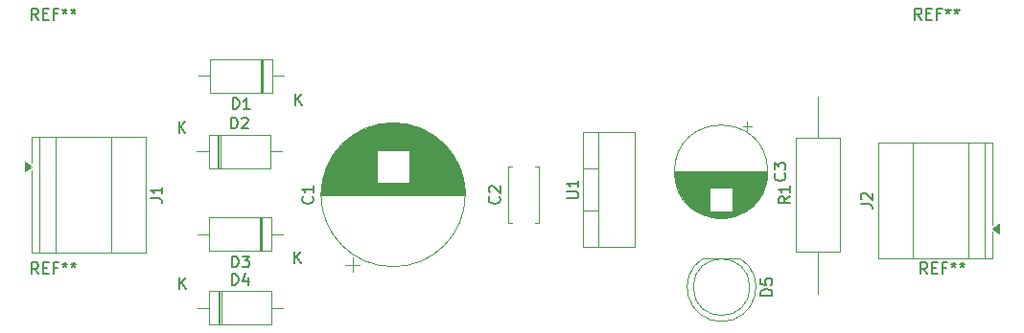
<source format=gbr>
%TF.GenerationSoftware,KiCad,Pcbnew,9.0.6*%
%TF.CreationDate,2025-12-14T15:20:03+05:30*%
%TF.ProjectId,Kicad-Hardware-Design,4b696361-642d-4486-9172-64776172652d,rev?*%
%TF.SameCoordinates,Original*%
%TF.FileFunction,Legend,Top*%
%TF.FilePolarity,Positive*%
%FSLAX46Y46*%
G04 Gerber Fmt 4.6, Leading zero omitted, Abs format (unit mm)*
G04 Created by KiCad (PCBNEW 9.0.6) date 2025-12-14 15:20:03*
%MOMM*%
%LPD*%
G01*
G04 APERTURE LIST*
%ADD10C,0.150000*%
%ADD11C,0.120000*%
G04 APERTURE END LIST*
D10*
X64181905Y-58644819D02*
X64181905Y-57644819D01*
X64181905Y-57644819D02*
X64420000Y-57644819D01*
X64420000Y-57644819D02*
X64562857Y-57692438D01*
X64562857Y-57692438D02*
X64658095Y-57787676D01*
X64658095Y-57787676D02*
X64705714Y-57882914D01*
X64705714Y-57882914D02*
X64753333Y-58073390D01*
X64753333Y-58073390D02*
X64753333Y-58216247D01*
X64753333Y-58216247D02*
X64705714Y-58406723D01*
X64705714Y-58406723D02*
X64658095Y-58501961D01*
X64658095Y-58501961D02*
X64562857Y-58597200D01*
X64562857Y-58597200D02*
X64420000Y-58644819D01*
X64420000Y-58644819D02*
X64181905Y-58644819D01*
X65134286Y-57740057D02*
X65181905Y-57692438D01*
X65181905Y-57692438D02*
X65277143Y-57644819D01*
X65277143Y-57644819D02*
X65515238Y-57644819D01*
X65515238Y-57644819D02*
X65610476Y-57692438D01*
X65610476Y-57692438D02*
X65658095Y-57740057D01*
X65658095Y-57740057D02*
X65705714Y-57835295D01*
X65705714Y-57835295D02*
X65705714Y-57930533D01*
X65705714Y-57930533D02*
X65658095Y-58073390D01*
X65658095Y-58073390D02*
X65086667Y-58644819D01*
X65086667Y-58644819D02*
X65705714Y-58644819D01*
X59578095Y-59014819D02*
X59578095Y-58014819D01*
X60149523Y-59014819D02*
X59720952Y-58443390D01*
X60149523Y-58014819D02*
X59578095Y-58586247D01*
X111964819Y-73415594D02*
X110964819Y-73415594D01*
X110964819Y-73415594D02*
X110964819Y-73177499D01*
X110964819Y-73177499D02*
X111012438Y-73034642D01*
X111012438Y-73034642D02*
X111107676Y-72939404D01*
X111107676Y-72939404D02*
X111202914Y-72891785D01*
X111202914Y-72891785D02*
X111393390Y-72844166D01*
X111393390Y-72844166D02*
X111536247Y-72844166D01*
X111536247Y-72844166D02*
X111726723Y-72891785D01*
X111726723Y-72891785D02*
X111821961Y-72939404D01*
X111821961Y-72939404D02*
X111917200Y-73034642D01*
X111917200Y-73034642D02*
X111964819Y-73177499D01*
X111964819Y-73177499D02*
X111964819Y-73415594D01*
X110964819Y-71939404D02*
X110964819Y-72415594D01*
X110964819Y-72415594D02*
X111441009Y-72463213D01*
X111441009Y-72463213D02*
X111393390Y-72415594D01*
X111393390Y-72415594D02*
X111345771Y-72320356D01*
X111345771Y-72320356D02*
X111345771Y-72082261D01*
X111345771Y-72082261D02*
X111393390Y-71987023D01*
X111393390Y-71987023D02*
X111441009Y-71939404D01*
X111441009Y-71939404D02*
X111536247Y-71891785D01*
X111536247Y-71891785D02*
X111774342Y-71891785D01*
X111774342Y-71891785D02*
X111869580Y-71939404D01*
X111869580Y-71939404D02*
X111917200Y-71987023D01*
X111917200Y-71987023D02*
X111964819Y-72082261D01*
X111964819Y-72082261D02*
X111964819Y-72320356D01*
X111964819Y-72320356D02*
X111917200Y-72415594D01*
X111917200Y-72415594D02*
X111869580Y-72463213D01*
X125666666Y-71504819D02*
X125333333Y-71028628D01*
X125095238Y-71504819D02*
X125095238Y-70504819D01*
X125095238Y-70504819D02*
X125476190Y-70504819D01*
X125476190Y-70504819D02*
X125571428Y-70552438D01*
X125571428Y-70552438D02*
X125619047Y-70600057D01*
X125619047Y-70600057D02*
X125666666Y-70695295D01*
X125666666Y-70695295D02*
X125666666Y-70838152D01*
X125666666Y-70838152D02*
X125619047Y-70933390D01*
X125619047Y-70933390D02*
X125571428Y-70981009D01*
X125571428Y-70981009D02*
X125476190Y-71028628D01*
X125476190Y-71028628D02*
X125095238Y-71028628D01*
X126095238Y-70981009D02*
X126428571Y-70981009D01*
X126571428Y-71504819D02*
X126095238Y-71504819D01*
X126095238Y-71504819D02*
X126095238Y-70504819D01*
X126095238Y-70504819D02*
X126571428Y-70504819D01*
X127333333Y-70981009D02*
X127000000Y-70981009D01*
X127000000Y-71504819D02*
X127000000Y-70504819D01*
X127000000Y-70504819D02*
X127476190Y-70504819D01*
X128000000Y-70504819D02*
X128000000Y-70742914D01*
X127761905Y-70647676D02*
X128000000Y-70742914D01*
X128000000Y-70742914D02*
X128238095Y-70647676D01*
X127857143Y-70933390D02*
X128000000Y-70742914D01*
X128000000Y-70742914D02*
X128142857Y-70933390D01*
X128761905Y-70504819D02*
X128761905Y-70742914D01*
X128523810Y-70647676D02*
X128761905Y-70742914D01*
X128761905Y-70742914D02*
X129000000Y-70647676D01*
X128619048Y-70933390D02*
X128761905Y-70742914D01*
X128761905Y-70742914D02*
X128904762Y-70933390D01*
X119807319Y-65333333D02*
X120521604Y-65333333D01*
X120521604Y-65333333D02*
X120664461Y-65380952D01*
X120664461Y-65380952D02*
X120759700Y-65476190D01*
X120759700Y-65476190D02*
X120807319Y-65619047D01*
X120807319Y-65619047D02*
X120807319Y-65714285D01*
X119902557Y-64904761D02*
X119854938Y-64857142D01*
X119854938Y-64857142D02*
X119807319Y-64761904D01*
X119807319Y-64761904D02*
X119807319Y-64523809D01*
X119807319Y-64523809D02*
X119854938Y-64428571D01*
X119854938Y-64428571D02*
X119902557Y-64380952D01*
X119902557Y-64380952D02*
X119997795Y-64333333D01*
X119997795Y-64333333D02*
X120093033Y-64333333D01*
X120093033Y-64333333D02*
X120235890Y-64380952D01*
X120235890Y-64380952D02*
X120807319Y-64952380D01*
X120807319Y-64952380D02*
X120807319Y-64333333D01*
X57102319Y-64833333D02*
X57816604Y-64833333D01*
X57816604Y-64833333D02*
X57959461Y-64880952D01*
X57959461Y-64880952D02*
X58054700Y-64976190D01*
X58054700Y-64976190D02*
X58102319Y-65119047D01*
X58102319Y-65119047D02*
X58102319Y-65214285D01*
X58102319Y-63833333D02*
X58102319Y-64404761D01*
X58102319Y-64119047D02*
X57102319Y-64119047D01*
X57102319Y-64119047D02*
X57245176Y-64214285D01*
X57245176Y-64214285D02*
X57340414Y-64309523D01*
X57340414Y-64309523D02*
X57388033Y-64404761D01*
X64261905Y-70924819D02*
X64261905Y-69924819D01*
X64261905Y-69924819D02*
X64500000Y-69924819D01*
X64500000Y-69924819D02*
X64642857Y-69972438D01*
X64642857Y-69972438D02*
X64738095Y-70067676D01*
X64738095Y-70067676D02*
X64785714Y-70162914D01*
X64785714Y-70162914D02*
X64833333Y-70353390D01*
X64833333Y-70353390D02*
X64833333Y-70496247D01*
X64833333Y-70496247D02*
X64785714Y-70686723D01*
X64785714Y-70686723D02*
X64738095Y-70781961D01*
X64738095Y-70781961D02*
X64642857Y-70877200D01*
X64642857Y-70877200D02*
X64500000Y-70924819D01*
X64500000Y-70924819D02*
X64261905Y-70924819D01*
X65166667Y-69924819D02*
X65785714Y-69924819D01*
X65785714Y-69924819D02*
X65452381Y-70305771D01*
X65452381Y-70305771D02*
X65595238Y-70305771D01*
X65595238Y-70305771D02*
X65690476Y-70353390D01*
X65690476Y-70353390D02*
X65738095Y-70401009D01*
X65738095Y-70401009D02*
X65785714Y-70496247D01*
X65785714Y-70496247D02*
X65785714Y-70734342D01*
X65785714Y-70734342D02*
X65738095Y-70829580D01*
X65738095Y-70829580D02*
X65690476Y-70877200D01*
X65690476Y-70877200D02*
X65595238Y-70924819D01*
X65595238Y-70924819D02*
X65309524Y-70924819D01*
X65309524Y-70924819D02*
X65214286Y-70877200D01*
X65214286Y-70877200D02*
X65166667Y-70829580D01*
X69818095Y-70554819D02*
X69818095Y-69554819D01*
X70389523Y-70554819D02*
X69960952Y-69983390D01*
X70389523Y-69554819D02*
X69818095Y-70126247D01*
X47166666Y-71504819D02*
X46833333Y-71028628D01*
X46595238Y-71504819D02*
X46595238Y-70504819D01*
X46595238Y-70504819D02*
X46976190Y-70504819D01*
X46976190Y-70504819D02*
X47071428Y-70552438D01*
X47071428Y-70552438D02*
X47119047Y-70600057D01*
X47119047Y-70600057D02*
X47166666Y-70695295D01*
X47166666Y-70695295D02*
X47166666Y-70838152D01*
X47166666Y-70838152D02*
X47119047Y-70933390D01*
X47119047Y-70933390D02*
X47071428Y-70981009D01*
X47071428Y-70981009D02*
X46976190Y-71028628D01*
X46976190Y-71028628D02*
X46595238Y-71028628D01*
X47595238Y-70981009D02*
X47928571Y-70981009D01*
X48071428Y-71504819D02*
X47595238Y-71504819D01*
X47595238Y-71504819D02*
X47595238Y-70504819D01*
X47595238Y-70504819D02*
X48071428Y-70504819D01*
X48833333Y-70981009D02*
X48500000Y-70981009D01*
X48500000Y-71504819D02*
X48500000Y-70504819D01*
X48500000Y-70504819D02*
X48976190Y-70504819D01*
X49500000Y-70504819D02*
X49500000Y-70742914D01*
X49261905Y-70647676D02*
X49500000Y-70742914D01*
X49500000Y-70742914D02*
X49738095Y-70647676D01*
X49357143Y-70933390D02*
X49500000Y-70742914D01*
X49500000Y-70742914D02*
X49642857Y-70933390D01*
X50261905Y-70504819D02*
X50261905Y-70742914D01*
X50023810Y-70647676D02*
X50261905Y-70742914D01*
X50261905Y-70742914D02*
X50500000Y-70647676D01*
X50119048Y-70933390D02*
X50261905Y-70742914D01*
X50261905Y-70742914D02*
X50404762Y-70933390D01*
X71359580Y-64666666D02*
X71407200Y-64714285D01*
X71407200Y-64714285D02*
X71454819Y-64857142D01*
X71454819Y-64857142D02*
X71454819Y-64952380D01*
X71454819Y-64952380D02*
X71407200Y-65095237D01*
X71407200Y-65095237D02*
X71311961Y-65190475D01*
X71311961Y-65190475D02*
X71216723Y-65238094D01*
X71216723Y-65238094D02*
X71026247Y-65285713D01*
X71026247Y-65285713D02*
X70883390Y-65285713D01*
X70883390Y-65285713D02*
X70692914Y-65238094D01*
X70692914Y-65238094D02*
X70597676Y-65190475D01*
X70597676Y-65190475D02*
X70502438Y-65095237D01*
X70502438Y-65095237D02*
X70454819Y-64952380D01*
X70454819Y-64952380D02*
X70454819Y-64857142D01*
X70454819Y-64857142D02*
X70502438Y-64714285D01*
X70502438Y-64714285D02*
X70550057Y-64666666D01*
X71454819Y-63714285D02*
X71454819Y-64285713D01*
X71454819Y-63999999D02*
X70454819Y-63999999D01*
X70454819Y-63999999D02*
X70597676Y-64095237D01*
X70597676Y-64095237D02*
X70692914Y-64190475D01*
X70692914Y-64190475D02*
X70740533Y-64285713D01*
X113534819Y-64666666D02*
X113058628Y-64999999D01*
X113534819Y-65238094D02*
X112534819Y-65238094D01*
X112534819Y-65238094D02*
X112534819Y-64857142D01*
X112534819Y-64857142D02*
X112582438Y-64761904D01*
X112582438Y-64761904D02*
X112630057Y-64714285D01*
X112630057Y-64714285D02*
X112725295Y-64666666D01*
X112725295Y-64666666D02*
X112868152Y-64666666D01*
X112868152Y-64666666D02*
X112963390Y-64714285D01*
X112963390Y-64714285D02*
X113011009Y-64761904D01*
X113011009Y-64761904D02*
X113058628Y-64857142D01*
X113058628Y-64857142D02*
X113058628Y-65238094D01*
X113534819Y-63714285D02*
X113534819Y-64285713D01*
X113534819Y-63999999D02*
X112534819Y-63999999D01*
X112534819Y-63999999D02*
X112677676Y-64095237D01*
X112677676Y-64095237D02*
X112772914Y-64190475D01*
X112772914Y-64190475D02*
X112820533Y-64285713D01*
X93854819Y-64801904D02*
X94664342Y-64801904D01*
X94664342Y-64801904D02*
X94759580Y-64754285D01*
X94759580Y-64754285D02*
X94807200Y-64706666D01*
X94807200Y-64706666D02*
X94854819Y-64611428D01*
X94854819Y-64611428D02*
X94854819Y-64420952D01*
X94854819Y-64420952D02*
X94807200Y-64325714D01*
X94807200Y-64325714D02*
X94759580Y-64278095D01*
X94759580Y-64278095D02*
X94664342Y-64230476D01*
X94664342Y-64230476D02*
X93854819Y-64230476D01*
X94854819Y-63230476D02*
X94854819Y-63801904D01*
X94854819Y-63516190D02*
X93854819Y-63516190D01*
X93854819Y-63516190D02*
X93997676Y-63611428D01*
X93997676Y-63611428D02*
X94092914Y-63706666D01*
X94092914Y-63706666D02*
X94140533Y-63801904D01*
X64261905Y-72484819D02*
X64261905Y-71484819D01*
X64261905Y-71484819D02*
X64500000Y-71484819D01*
X64500000Y-71484819D02*
X64642857Y-71532438D01*
X64642857Y-71532438D02*
X64738095Y-71627676D01*
X64738095Y-71627676D02*
X64785714Y-71722914D01*
X64785714Y-71722914D02*
X64833333Y-71913390D01*
X64833333Y-71913390D02*
X64833333Y-72056247D01*
X64833333Y-72056247D02*
X64785714Y-72246723D01*
X64785714Y-72246723D02*
X64738095Y-72341961D01*
X64738095Y-72341961D02*
X64642857Y-72437200D01*
X64642857Y-72437200D02*
X64500000Y-72484819D01*
X64500000Y-72484819D02*
X64261905Y-72484819D01*
X65690476Y-71818152D02*
X65690476Y-72484819D01*
X65452381Y-71437200D02*
X65214286Y-72151485D01*
X65214286Y-72151485D02*
X65833333Y-72151485D01*
X59658095Y-72854819D02*
X59658095Y-71854819D01*
X60229523Y-72854819D02*
X59800952Y-72283390D01*
X60229523Y-71854819D02*
X59658095Y-72426247D01*
X87859580Y-64666666D02*
X87907200Y-64714285D01*
X87907200Y-64714285D02*
X87954819Y-64857142D01*
X87954819Y-64857142D02*
X87954819Y-64952380D01*
X87954819Y-64952380D02*
X87907200Y-65095237D01*
X87907200Y-65095237D02*
X87811961Y-65190475D01*
X87811961Y-65190475D02*
X87716723Y-65238094D01*
X87716723Y-65238094D02*
X87526247Y-65285713D01*
X87526247Y-65285713D02*
X87383390Y-65285713D01*
X87383390Y-65285713D02*
X87192914Y-65238094D01*
X87192914Y-65238094D02*
X87097676Y-65190475D01*
X87097676Y-65190475D02*
X87002438Y-65095237D01*
X87002438Y-65095237D02*
X86954819Y-64952380D01*
X86954819Y-64952380D02*
X86954819Y-64857142D01*
X86954819Y-64857142D02*
X87002438Y-64714285D01*
X87002438Y-64714285D02*
X87050057Y-64666666D01*
X87050057Y-64285713D02*
X87002438Y-64238094D01*
X87002438Y-64238094D02*
X86954819Y-64142856D01*
X86954819Y-64142856D02*
X86954819Y-63904761D01*
X86954819Y-63904761D02*
X87002438Y-63809523D01*
X87002438Y-63809523D02*
X87050057Y-63761904D01*
X87050057Y-63761904D02*
X87145295Y-63714285D01*
X87145295Y-63714285D02*
X87240533Y-63714285D01*
X87240533Y-63714285D02*
X87383390Y-63761904D01*
X87383390Y-63761904D02*
X87954819Y-64333332D01*
X87954819Y-64333332D02*
X87954819Y-63714285D01*
X64341905Y-56924819D02*
X64341905Y-55924819D01*
X64341905Y-55924819D02*
X64580000Y-55924819D01*
X64580000Y-55924819D02*
X64722857Y-55972438D01*
X64722857Y-55972438D02*
X64818095Y-56067676D01*
X64818095Y-56067676D02*
X64865714Y-56162914D01*
X64865714Y-56162914D02*
X64913333Y-56353390D01*
X64913333Y-56353390D02*
X64913333Y-56496247D01*
X64913333Y-56496247D02*
X64865714Y-56686723D01*
X64865714Y-56686723D02*
X64818095Y-56781961D01*
X64818095Y-56781961D02*
X64722857Y-56877200D01*
X64722857Y-56877200D02*
X64580000Y-56924819D01*
X64580000Y-56924819D02*
X64341905Y-56924819D01*
X65865714Y-56924819D02*
X65294286Y-56924819D01*
X65580000Y-56924819D02*
X65580000Y-55924819D01*
X65580000Y-55924819D02*
X65484762Y-56067676D01*
X65484762Y-56067676D02*
X65389524Y-56162914D01*
X65389524Y-56162914D02*
X65294286Y-56210533D01*
X69898095Y-56554819D02*
X69898095Y-55554819D01*
X70469523Y-56554819D02*
X70040952Y-55983390D01*
X70469523Y-55554819D02*
X69898095Y-56126247D01*
X47166666Y-49004819D02*
X46833333Y-48528628D01*
X46595238Y-49004819D02*
X46595238Y-48004819D01*
X46595238Y-48004819D02*
X46976190Y-48004819D01*
X46976190Y-48004819D02*
X47071428Y-48052438D01*
X47071428Y-48052438D02*
X47119047Y-48100057D01*
X47119047Y-48100057D02*
X47166666Y-48195295D01*
X47166666Y-48195295D02*
X47166666Y-48338152D01*
X47166666Y-48338152D02*
X47119047Y-48433390D01*
X47119047Y-48433390D02*
X47071428Y-48481009D01*
X47071428Y-48481009D02*
X46976190Y-48528628D01*
X46976190Y-48528628D02*
X46595238Y-48528628D01*
X47595238Y-48481009D02*
X47928571Y-48481009D01*
X48071428Y-49004819D02*
X47595238Y-49004819D01*
X47595238Y-49004819D02*
X47595238Y-48004819D01*
X47595238Y-48004819D02*
X48071428Y-48004819D01*
X48833333Y-48481009D02*
X48500000Y-48481009D01*
X48500000Y-49004819D02*
X48500000Y-48004819D01*
X48500000Y-48004819D02*
X48976190Y-48004819D01*
X49500000Y-48004819D02*
X49500000Y-48242914D01*
X49261905Y-48147676D02*
X49500000Y-48242914D01*
X49500000Y-48242914D02*
X49738095Y-48147676D01*
X49357143Y-48433390D02*
X49500000Y-48242914D01*
X49500000Y-48242914D02*
X49642857Y-48433390D01*
X50261905Y-48004819D02*
X50261905Y-48242914D01*
X50023810Y-48147676D02*
X50261905Y-48242914D01*
X50261905Y-48242914D02*
X50500000Y-48147676D01*
X50119048Y-48433390D02*
X50261905Y-48242914D01*
X50261905Y-48242914D02*
X50404762Y-48433390D01*
X113069580Y-62626666D02*
X113117200Y-62674285D01*
X113117200Y-62674285D02*
X113164819Y-62817142D01*
X113164819Y-62817142D02*
X113164819Y-62912380D01*
X113164819Y-62912380D02*
X113117200Y-63055237D01*
X113117200Y-63055237D02*
X113021961Y-63150475D01*
X113021961Y-63150475D02*
X112926723Y-63198094D01*
X112926723Y-63198094D02*
X112736247Y-63245713D01*
X112736247Y-63245713D02*
X112593390Y-63245713D01*
X112593390Y-63245713D02*
X112402914Y-63198094D01*
X112402914Y-63198094D02*
X112307676Y-63150475D01*
X112307676Y-63150475D02*
X112212438Y-63055237D01*
X112212438Y-63055237D02*
X112164819Y-62912380D01*
X112164819Y-62912380D02*
X112164819Y-62817142D01*
X112164819Y-62817142D02*
X112212438Y-62674285D01*
X112212438Y-62674285D02*
X112260057Y-62626666D01*
X112164819Y-62293332D02*
X112164819Y-61674285D01*
X112164819Y-61674285D02*
X112545771Y-62007618D01*
X112545771Y-62007618D02*
X112545771Y-61864761D01*
X112545771Y-61864761D02*
X112593390Y-61769523D01*
X112593390Y-61769523D02*
X112641009Y-61721904D01*
X112641009Y-61721904D02*
X112736247Y-61674285D01*
X112736247Y-61674285D02*
X112974342Y-61674285D01*
X112974342Y-61674285D02*
X113069580Y-61721904D01*
X113069580Y-61721904D02*
X113117200Y-61769523D01*
X113117200Y-61769523D02*
X113164819Y-61864761D01*
X113164819Y-61864761D02*
X113164819Y-62150475D01*
X113164819Y-62150475D02*
X113117200Y-62245713D01*
X113117200Y-62245713D02*
X113069580Y-62293332D01*
X125166666Y-49004819D02*
X124833333Y-48528628D01*
X124595238Y-49004819D02*
X124595238Y-48004819D01*
X124595238Y-48004819D02*
X124976190Y-48004819D01*
X124976190Y-48004819D02*
X125071428Y-48052438D01*
X125071428Y-48052438D02*
X125119047Y-48100057D01*
X125119047Y-48100057D02*
X125166666Y-48195295D01*
X125166666Y-48195295D02*
X125166666Y-48338152D01*
X125166666Y-48338152D02*
X125119047Y-48433390D01*
X125119047Y-48433390D02*
X125071428Y-48481009D01*
X125071428Y-48481009D02*
X124976190Y-48528628D01*
X124976190Y-48528628D02*
X124595238Y-48528628D01*
X125595238Y-48481009D02*
X125928571Y-48481009D01*
X126071428Y-49004819D02*
X125595238Y-49004819D01*
X125595238Y-49004819D02*
X125595238Y-48004819D01*
X125595238Y-48004819D02*
X126071428Y-48004819D01*
X126833333Y-48481009D02*
X126500000Y-48481009D01*
X126500000Y-49004819D02*
X126500000Y-48004819D01*
X126500000Y-48004819D02*
X126976190Y-48004819D01*
X127500000Y-48004819D02*
X127500000Y-48242914D01*
X127261905Y-48147676D02*
X127500000Y-48242914D01*
X127500000Y-48242914D02*
X127738095Y-48147676D01*
X127357143Y-48433390D02*
X127500000Y-48242914D01*
X127500000Y-48242914D02*
X127642857Y-48433390D01*
X128261905Y-48004819D02*
X128261905Y-48242914D01*
X128023810Y-48147676D02*
X128261905Y-48242914D01*
X128261905Y-48242914D02*
X128500000Y-48147676D01*
X128119048Y-48433390D02*
X128261905Y-48242914D01*
X128261905Y-48242914D02*
X128404762Y-48433390D01*
D11*
%TO.C,D2*%
X61180000Y-60660000D02*
X62200000Y-60660000D01*
X62980000Y-59190000D02*
X62980000Y-62130000D01*
X63100000Y-59190000D02*
X63100000Y-62130000D01*
X63220000Y-59190000D02*
X63220000Y-62130000D01*
X68660000Y-60660000D02*
X67640000Y-60660000D01*
X62200000Y-59190000D02*
X67640000Y-59190000D01*
X67640000Y-62130000D01*
X62200000Y-62130000D01*
X62200000Y-59190000D01*
%TO.C,D5*%
X109140000Y-70117500D02*
X105860000Y-70117500D01*
X107500000Y-75717500D02*
G75*
G02*
X105860488Y-70117500I0J3040000D01*
G01*
X109139512Y-70117500D02*
G75*
G02*
X107500000Y-75717500I-1639512J-2560000D01*
G01*
X110000000Y-72677500D02*
G75*
G02*
X105000000Y-72677500I-2500000J0D01*
G01*
X105000000Y-72677500D02*
G75*
G02*
X110000000Y-72677500I2500000J0D01*
G01*
%TO.C,J2*%
X121352500Y-59880000D02*
X131392500Y-59880000D01*
X121352500Y-70120000D02*
X121352500Y-59880000D01*
X124372500Y-70120000D02*
X124372500Y-59880000D01*
X129272500Y-70120000D02*
X129272500Y-59880000D01*
X130772500Y-70120000D02*
X130772500Y-59880000D01*
X131392500Y-59880000D02*
X131392500Y-67200000D01*
X131392500Y-67800000D02*
X131392500Y-70120000D01*
X131392500Y-70120000D02*
X121352500Y-70120000D01*
X132002500Y-67940000D02*
X131392500Y-67500000D01*
X132002500Y-67060000D01*
X132002500Y-67940000D01*
G36*
X132002500Y-67940000D02*
G01*
X131392500Y-67500000D01*
X132002500Y-67060000D01*
X132002500Y-67940000D01*
G37*
%TO.C,J1*%
X46607500Y-59380000D02*
X56647500Y-59380000D01*
X46607500Y-61700000D02*
X46607500Y-59380000D01*
X46607500Y-69620000D02*
X46607500Y-62300000D01*
X47227500Y-59380000D02*
X47227500Y-69620000D01*
X48727500Y-59380000D02*
X48727500Y-69620000D01*
X53627500Y-59380000D02*
X53627500Y-69620000D01*
X56647500Y-59380000D02*
X56647500Y-69620000D01*
X56647500Y-69620000D02*
X46607500Y-69620000D01*
X46607500Y-62000000D02*
X45997500Y-62440000D01*
X45997500Y-61560000D01*
X46607500Y-62000000D01*
G36*
X46607500Y-62000000D02*
G01*
X45997500Y-62440000D01*
X45997500Y-61560000D01*
X46607500Y-62000000D01*
G37*
%TO.C,D3*%
X61260000Y-68000000D02*
X62280000Y-68000000D01*
X66700000Y-69470000D02*
X66700000Y-66530000D01*
X66820000Y-69470000D02*
X66820000Y-66530000D01*
X66940000Y-69470000D02*
X66940000Y-66530000D01*
X68740000Y-68000000D02*
X67720000Y-68000000D01*
X67720000Y-69470000D02*
X62280000Y-69470000D01*
X62280000Y-66530000D01*
X67720000Y-66530000D01*
X67720000Y-69470000D01*
%TO.C,C1*%
X72170000Y-64460000D02*
X84830000Y-64460000D01*
X72170000Y-64500000D02*
X84830000Y-64500000D01*
X72171000Y-64380000D02*
X84829000Y-64380000D01*
X72171000Y-64420000D02*
X84829000Y-64420000D01*
X72172000Y-64340000D02*
X84828000Y-64340000D01*
X72173000Y-64300000D02*
X84827000Y-64300000D01*
X72175000Y-64260000D02*
X84825000Y-64260000D01*
X72176000Y-64220000D02*
X84824000Y-64220000D01*
X72178000Y-64180000D02*
X84822000Y-64180000D01*
X72180000Y-64140000D02*
X84820000Y-64140000D01*
X72183000Y-64100000D02*
X84817000Y-64100000D01*
X72185000Y-64060000D02*
X84815000Y-64060000D01*
X72188000Y-64020000D02*
X84812000Y-64020000D01*
X72191000Y-63980000D02*
X84809000Y-63980000D01*
X72195000Y-63940000D02*
X84805000Y-63940000D01*
X72198000Y-63900000D02*
X84802000Y-63900000D01*
X72202000Y-63860000D02*
X84798000Y-63860000D01*
X72206000Y-63820000D02*
X84794000Y-63820000D01*
X72211000Y-63780000D02*
X84789000Y-63780000D01*
X72216000Y-63740000D02*
X84784000Y-63740000D01*
X72220000Y-63700000D02*
X84780000Y-63700000D01*
X72226000Y-63660000D02*
X84774000Y-63660000D01*
X72231000Y-63620000D02*
X84769000Y-63620000D01*
X72237000Y-63580000D02*
X84763000Y-63580000D01*
X72243000Y-63540000D02*
X84757000Y-63540000D01*
X72249000Y-63500000D02*
X84751000Y-63500000D01*
X72255000Y-63460000D02*
X84745000Y-63460000D01*
X72262000Y-63420000D02*
X77060000Y-63420000D01*
X72269000Y-63380000D02*
X77060000Y-63380000D01*
X72277000Y-63340000D02*
X77060000Y-63340000D01*
X72284000Y-63300000D02*
X77060000Y-63300000D01*
X72292000Y-63260000D02*
X77060000Y-63260000D01*
X72300000Y-63220000D02*
X77060000Y-63220000D01*
X72308000Y-63180000D02*
X77060000Y-63180000D01*
X72317000Y-63140000D02*
X77060000Y-63140000D01*
X72326000Y-63100000D02*
X77060000Y-63100000D01*
X72335000Y-63060000D02*
X77060000Y-63060000D01*
X72344000Y-63020000D02*
X77060000Y-63020000D01*
X72354000Y-62980000D02*
X77060000Y-62980000D01*
X72364000Y-62940000D02*
X77060000Y-62940000D01*
X72374000Y-62900000D02*
X77060000Y-62900000D01*
X72385000Y-62860000D02*
X77060000Y-62860000D01*
X72396000Y-62820000D02*
X77060000Y-62820000D01*
X72407000Y-62780000D02*
X77060000Y-62780000D01*
X72418000Y-62740000D02*
X77060000Y-62740000D01*
X72430000Y-62700000D02*
X77060000Y-62700000D01*
X72442000Y-62660000D02*
X77060000Y-62660000D01*
X72454000Y-62620000D02*
X77060000Y-62620000D01*
X72466000Y-62580000D02*
X77060000Y-62580000D01*
X72479000Y-62540000D02*
X77060000Y-62540000D01*
X72492000Y-62500000D02*
X77060000Y-62500000D01*
X72505000Y-62460000D02*
X77060000Y-62460000D01*
X72519000Y-62420000D02*
X77060000Y-62420000D01*
X72533000Y-62380000D02*
X77060000Y-62380000D01*
X72547000Y-62340000D02*
X77060000Y-62340000D01*
X72562000Y-62300000D02*
X77060000Y-62300000D01*
X72577000Y-62260000D02*
X77060000Y-62260000D01*
X72592000Y-62220000D02*
X77060000Y-62220000D01*
X72608000Y-62180000D02*
X77060000Y-62180000D01*
X72623000Y-62140000D02*
X77060000Y-62140000D01*
X72639000Y-62100000D02*
X77060000Y-62100000D01*
X72656000Y-62060000D02*
X77060000Y-62060000D01*
X72673000Y-62020000D02*
X77060000Y-62020000D01*
X72690000Y-61980000D02*
X77060000Y-61980000D01*
X72707000Y-61940000D02*
X77060000Y-61940000D01*
X72725000Y-61900000D02*
X77060000Y-61900000D01*
X72743000Y-61860000D02*
X77060000Y-61860000D01*
X72761000Y-61820000D02*
X77060000Y-61820000D01*
X72780000Y-61780000D02*
X77060000Y-61780000D01*
X72799000Y-61740000D02*
X77060000Y-61740000D01*
X72818000Y-61700000D02*
X77060000Y-61700000D01*
X72838000Y-61660000D02*
X77060000Y-61660000D01*
X72858000Y-61620000D02*
X77060000Y-61620000D01*
X72879000Y-61580000D02*
X77060000Y-61580000D01*
X72899000Y-61540000D02*
X77060000Y-61540000D01*
X72921000Y-61500000D02*
X77060000Y-61500000D01*
X72942000Y-61460000D02*
X77060000Y-61460000D01*
X72964000Y-61420000D02*
X77060000Y-61420000D01*
X72986000Y-61380000D02*
X77060000Y-61380000D01*
X73009000Y-61340000D02*
X77060000Y-61340000D01*
X73032000Y-61300000D02*
X77060000Y-61300000D01*
X73056000Y-61260000D02*
X77060000Y-61260000D01*
X73079000Y-61220000D02*
X77060000Y-61220000D01*
X73104000Y-61180000D02*
X77060000Y-61180000D01*
X73128000Y-61140000D02*
X77060000Y-61140000D01*
X73153000Y-61100000D02*
X77060000Y-61100000D01*
X73179000Y-61060000D02*
X77060000Y-61060000D01*
X73205000Y-61020000D02*
X77060000Y-61020000D01*
X73231000Y-60980000D02*
X77060000Y-60980000D01*
X73258000Y-60940000D02*
X77060000Y-60940000D01*
X73285000Y-60900000D02*
X77060000Y-60900000D01*
X73312000Y-60860000D02*
X77060000Y-60860000D01*
X73341000Y-60820000D02*
X77060000Y-60820000D01*
X73369000Y-60780000D02*
X77060000Y-60780000D01*
X73398000Y-60740000D02*
X77060000Y-60740000D01*
X73428000Y-60700000D02*
X77060000Y-60700000D01*
X73458000Y-60660000D02*
X77060000Y-60660000D01*
X73488000Y-60620000D02*
X77060000Y-60620000D01*
X73519000Y-60580000D02*
X77060000Y-60580000D01*
X73550000Y-60540000D02*
X83450000Y-60540000D01*
X73582000Y-60500000D02*
X83418000Y-60500000D01*
X73615000Y-60460000D02*
X83385000Y-60460000D01*
X73648000Y-60420000D02*
X83352000Y-60420000D01*
X73682000Y-60380000D02*
X83318000Y-60380000D01*
X73716000Y-60340000D02*
X83284000Y-60340000D01*
X73751000Y-60300000D02*
X83249000Y-60300000D01*
X73786000Y-60260000D02*
X83214000Y-60260000D01*
X73822000Y-60220000D02*
X83178000Y-60220000D01*
X73859000Y-60180000D02*
X83141000Y-60180000D01*
X73896000Y-60140000D02*
X83104000Y-60140000D01*
X73934000Y-60100000D02*
X83066000Y-60100000D01*
X73972000Y-60060000D02*
X83028000Y-60060000D01*
X74012000Y-60020000D02*
X82988000Y-60020000D01*
X74052000Y-59980000D02*
X82948000Y-59980000D01*
X74092000Y-59940000D02*
X82908000Y-59940000D01*
X74134000Y-59900000D02*
X82866000Y-59900000D01*
X74176000Y-59860000D02*
X82824000Y-59860000D01*
X74219000Y-59820000D02*
X82781000Y-59820000D01*
X74262000Y-59780000D02*
X82738000Y-59780000D01*
X74300000Y-70692082D02*
X75550000Y-70692082D01*
X74307000Y-59740000D02*
X82693000Y-59740000D01*
X74352000Y-59700000D02*
X82648000Y-59700000D01*
X74399000Y-59660000D02*
X82601000Y-59660000D01*
X74446000Y-59620000D02*
X82554000Y-59620000D01*
X74494000Y-59580000D02*
X82506000Y-59580000D01*
X74543000Y-59540000D02*
X82457000Y-59540000D01*
X74593000Y-59500000D02*
X82407000Y-59500000D01*
X74644000Y-59460000D02*
X82356000Y-59460000D01*
X74697000Y-59420000D02*
X82303000Y-59420000D01*
X74750000Y-59380000D02*
X82250000Y-59380000D01*
X74805000Y-59340000D02*
X82195000Y-59340000D01*
X74861000Y-59300000D02*
X82139000Y-59300000D01*
X74918000Y-59260000D02*
X82082000Y-59260000D01*
X74925000Y-71317082D02*
X74925000Y-70067082D01*
X74977000Y-59220000D02*
X82023000Y-59220000D01*
X75037000Y-59180000D02*
X81963000Y-59180000D01*
X75098000Y-59140000D02*
X81902000Y-59140000D01*
X75161000Y-59100000D02*
X81839000Y-59100000D01*
X75226000Y-59060000D02*
X81774000Y-59060000D01*
X75292000Y-59020000D02*
X81708000Y-59020000D01*
X75361000Y-58980000D02*
X81639000Y-58980000D01*
X75431000Y-58940000D02*
X81569000Y-58940000D01*
X75504000Y-58900000D02*
X81496000Y-58900000D01*
X75579000Y-58860000D02*
X81421000Y-58860000D01*
X75657000Y-58820000D02*
X81343000Y-58820000D01*
X75737000Y-58780000D02*
X81263000Y-58780000D01*
X75820000Y-58740000D02*
X81180000Y-58740000D01*
X75906000Y-58700000D02*
X81094000Y-58700000D01*
X75996000Y-58660000D02*
X81004000Y-58660000D01*
X76090000Y-58620000D02*
X80910000Y-58620000D01*
X76188000Y-58580000D02*
X80812000Y-58580000D01*
X76292000Y-58540000D02*
X80708000Y-58540000D01*
X76401000Y-58500000D02*
X80599000Y-58500000D01*
X76516000Y-58460000D02*
X80484000Y-58460000D01*
X76640000Y-58420000D02*
X80360000Y-58420000D01*
X76773000Y-58380000D02*
X80227000Y-58380000D01*
X76918000Y-58340000D02*
X80082000Y-58340000D01*
X77078000Y-58300000D02*
X79922000Y-58300000D01*
X77260000Y-58260000D02*
X79740000Y-58260000D01*
X77473000Y-58220000D02*
X79527000Y-58220000D01*
X77743000Y-58180000D02*
X79257000Y-58180000D01*
X78183000Y-58140000D02*
X78817000Y-58140000D01*
X79940000Y-60580000D02*
X83481000Y-60580000D01*
X79940000Y-60620000D02*
X83512000Y-60620000D01*
X79940000Y-60660000D02*
X83542000Y-60660000D01*
X79940000Y-60700000D02*
X83572000Y-60700000D01*
X79940000Y-60740000D02*
X83602000Y-60740000D01*
X79940000Y-60780000D02*
X83631000Y-60780000D01*
X79940000Y-60820000D02*
X83659000Y-60820000D01*
X79940000Y-60860000D02*
X83688000Y-60860000D01*
X79940000Y-60900000D02*
X83715000Y-60900000D01*
X79940000Y-60940000D02*
X83742000Y-60940000D01*
X79940000Y-60980000D02*
X83769000Y-60980000D01*
X79940000Y-61020000D02*
X83795000Y-61020000D01*
X79940000Y-61060000D02*
X83821000Y-61060000D01*
X79940000Y-61100000D02*
X83847000Y-61100000D01*
X79940000Y-61140000D02*
X83872000Y-61140000D01*
X79940000Y-61180000D02*
X83896000Y-61180000D01*
X79940000Y-61220000D02*
X83921000Y-61220000D01*
X79940000Y-61260000D02*
X83944000Y-61260000D01*
X79940000Y-61300000D02*
X83968000Y-61300000D01*
X79940000Y-61340000D02*
X83991000Y-61340000D01*
X79940000Y-61380000D02*
X84014000Y-61380000D01*
X79940000Y-61420000D02*
X84036000Y-61420000D01*
X79940000Y-61460000D02*
X84058000Y-61460000D01*
X79940000Y-61500000D02*
X84079000Y-61500000D01*
X79940000Y-61540000D02*
X84101000Y-61540000D01*
X79940000Y-61580000D02*
X84121000Y-61580000D01*
X79940000Y-61620000D02*
X84142000Y-61620000D01*
X79940000Y-61660000D02*
X84162000Y-61660000D01*
X79940000Y-61700000D02*
X84182000Y-61700000D01*
X79940000Y-61740000D02*
X84201000Y-61740000D01*
X79940000Y-61780000D02*
X84220000Y-61780000D01*
X79940000Y-61820000D02*
X84239000Y-61820000D01*
X79940000Y-61860000D02*
X84257000Y-61860000D01*
X79940000Y-61900000D02*
X84275000Y-61900000D01*
X79940000Y-61940000D02*
X84293000Y-61940000D01*
X79940000Y-61980000D02*
X84310000Y-61980000D01*
X79940000Y-62020000D02*
X84327000Y-62020000D01*
X79940000Y-62060000D02*
X84344000Y-62060000D01*
X79940000Y-62100000D02*
X84361000Y-62100000D01*
X79940000Y-62140000D02*
X84377000Y-62140000D01*
X79940000Y-62180000D02*
X84392000Y-62180000D01*
X79940000Y-62220000D02*
X84408000Y-62220000D01*
X79940000Y-62260000D02*
X84423000Y-62260000D01*
X79940000Y-62300000D02*
X84438000Y-62300000D01*
X79940000Y-62340000D02*
X84453000Y-62340000D01*
X79940000Y-62380000D02*
X84467000Y-62380000D01*
X79940000Y-62420000D02*
X84481000Y-62420000D01*
X79940000Y-62460000D02*
X84495000Y-62460000D01*
X79940000Y-62500000D02*
X84508000Y-62500000D01*
X79940000Y-62540000D02*
X84521000Y-62540000D01*
X79940000Y-62580000D02*
X84534000Y-62580000D01*
X79940000Y-62620000D02*
X84546000Y-62620000D01*
X79940000Y-62660000D02*
X84558000Y-62660000D01*
X79940000Y-62700000D02*
X84570000Y-62700000D01*
X79940000Y-62740000D02*
X84582000Y-62740000D01*
X79940000Y-62780000D02*
X84593000Y-62780000D01*
X79940000Y-62820000D02*
X84604000Y-62820000D01*
X79940000Y-62860000D02*
X84615000Y-62860000D01*
X79940000Y-62900000D02*
X84626000Y-62900000D01*
X79940000Y-62940000D02*
X84636000Y-62940000D01*
X79940000Y-62980000D02*
X84646000Y-62980000D01*
X79940000Y-63020000D02*
X84656000Y-63020000D01*
X79940000Y-63060000D02*
X84665000Y-63060000D01*
X79940000Y-63100000D02*
X84674000Y-63100000D01*
X79940000Y-63140000D02*
X84683000Y-63140000D01*
X79940000Y-63180000D02*
X84692000Y-63180000D01*
X79940000Y-63220000D02*
X84700000Y-63220000D01*
X79940000Y-63260000D02*
X84708000Y-63260000D01*
X79940000Y-63300000D02*
X84716000Y-63300000D01*
X79940000Y-63340000D02*
X84723000Y-63340000D01*
X79940000Y-63380000D02*
X84731000Y-63380000D01*
X79940000Y-63420000D02*
X84738000Y-63420000D01*
X84870000Y-64500000D02*
G75*
G02*
X72130000Y-64500000I-6370000J0D01*
G01*
X72130000Y-64500000D02*
G75*
G02*
X84870000Y-64500000I6370000J0D01*
G01*
%TO.C,R1*%
X116000000Y-55780000D02*
X116000000Y-59430000D01*
X116000000Y-73220000D02*
X116000000Y-69570000D01*
X114080000Y-69570000D02*
X117920000Y-69570000D01*
X117920000Y-59430000D01*
X114080000Y-59430000D01*
X114080000Y-69570000D01*
%TO.C,U1*%
X95240000Y-58930000D02*
X99860000Y-58930000D01*
X95240000Y-62190000D02*
X96620000Y-62190000D01*
X95240000Y-65890000D02*
X96620000Y-65890000D01*
X95240000Y-69150000D02*
X95240000Y-58930000D01*
X96620000Y-69150000D02*
X96620000Y-58930000D01*
X99860000Y-58930000D02*
X99860000Y-69150000D01*
X99860000Y-69150000D02*
X95240000Y-69150000D01*
%TO.C,D4*%
X61260000Y-74500000D02*
X62280000Y-74500000D01*
X63060000Y-73030000D02*
X63060000Y-75970000D01*
X63180000Y-73030000D02*
X63180000Y-75970000D01*
X63300000Y-73030000D02*
X63300000Y-75970000D01*
X68740000Y-74500000D02*
X67720000Y-74500000D01*
X62280000Y-73030000D02*
X67720000Y-73030000D01*
X67720000Y-75970000D01*
X62280000Y-75970000D01*
X62280000Y-73030000D01*
%TO.C,C2*%
X88630000Y-62030000D02*
X88960000Y-62030000D01*
X88630000Y-66970000D02*
X88630000Y-62030000D01*
X88960000Y-66970000D02*
X88630000Y-66970000D01*
X91040000Y-62030000D02*
X91370000Y-62030000D01*
X91370000Y-62030000D02*
X91370000Y-66970000D01*
X91370000Y-66970000D02*
X91040000Y-66970000D01*
%TO.C,D1*%
X61340000Y-54000000D02*
X62360000Y-54000000D01*
X66780000Y-55470000D02*
X66780000Y-52530000D01*
X66900000Y-55470000D02*
X66900000Y-52530000D01*
X67020000Y-55470000D02*
X67020000Y-52530000D01*
X68820000Y-54000000D02*
X67800000Y-54000000D01*
X67800000Y-55470000D02*
X62360000Y-55470000D01*
X62360000Y-52530000D01*
X67800000Y-52530000D01*
X67800000Y-55470000D01*
%TO.C,C3*%
X106420000Y-63940000D02*
X103655000Y-63940000D01*
X106420000Y-63980000D02*
X103671000Y-63980000D01*
X106420000Y-64020000D02*
X103687000Y-64020000D01*
X106420000Y-64060000D02*
X103703000Y-64060000D01*
X106420000Y-64100000D02*
X103720000Y-64100000D01*
X106420000Y-64140000D02*
X103738000Y-64140000D01*
X106420000Y-64180000D02*
X103756000Y-64180000D01*
X106420000Y-64220000D02*
X103775000Y-64220000D01*
X106420000Y-64260000D02*
X103794000Y-64260000D01*
X106420000Y-64300000D02*
X103814000Y-64300000D01*
X106420000Y-64340000D02*
X103834000Y-64340000D01*
X106420000Y-64380000D02*
X103855000Y-64380000D01*
X106420000Y-64420000D02*
X103876000Y-64420000D01*
X106420000Y-64460000D02*
X103898000Y-64460000D01*
X106420000Y-64500000D02*
X103921000Y-64500000D01*
X106420000Y-64540000D02*
X103944000Y-64540000D01*
X106420000Y-64580000D02*
X103967000Y-64580000D01*
X106420000Y-64620000D02*
X103992000Y-64620000D01*
X106420000Y-64660000D02*
X104017000Y-64660000D01*
X106420000Y-64700000D02*
X104042000Y-64700000D01*
X106420000Y-64740000D02*
X104068000Y-64740000D01*
X106420000Y-64780000D02*
X104095000Y-64780000D01*
X106420000Y-64820000D02*
X104123000Y-64820000D01*
X106420000Y-64860000D02*
X104151000Y-64860000D01*
X106420000Y-64900000D02*
X104180000Y-64900000D01*
X106420000Y-64940000D02*
X104210000Y-64940000D01*
X106420000Y-64980000D02*
X104241000Y-64980000D01*
X106420000Y-65020000D02*
X104272000Y-65020000D01*
X106420000Y-65060000D02*
X104304000Y-65060000D01*
X106420000Y-65100000D02*
X104337000Y-65100000D01*
X106420000Y-65140000D02*
X104371000Y-65140000D01*
X106420000Y-65180000D02*
X104405000Y-65180000D01*
X106420000Y-65220000D02*
X104441000Y-65220000D01*
X106420000Y-65260000D02*
X104478000Y-65260000D01*
X106420000Y-65300000D02*
X104515000Y-65300000D01*
X106420000Y-65340000D02*
X104554000Y-65340000D01*
X106420000Y-65380000D02*
X104593000Y-65380000D01*
X106420000Y-65420000D02*
X104634000Y-65420000D01*
X106420000Y-65460000D02*
X104676000Y-65460000D01*
X106420000Y-65500000D02*
X104719000Y-65500000D01*
X106420000Y-65540000D02*
X104764000Y-65540000D01*
X106420000Y-65580000D02*
X104809000Y-65580000D01*
X106420000Y-65620000D02*
X104856000Y-65620000D01*
X106420000Y-65660000D02*
X104905000Y-65660000D01*
X106420000Y-65700000D02*
X104955000Y-65700000D01*
X106420000Y-65740000D02*
X105007000Y-65740000D01*
X106420000Y-65780000D02*
X105060000Y-65780000D01*
X106420000Y-65820000D02*
X105116000Y-65820000D01*
X106420000Y-65860000D02*
X105173000Y-65860000D01*
X106420000Y-65900000D02*
X105233000Y-65900000D01*
X106420000Y-65940000D02*
X105295000Y-65940000D01*
X106420000Y-65980000D02*
X105359000Y-65980000D01*
X107993000Y-66540000D02*
X106927000Y-66540000D01*
X108228000Y-66500000D02*
X106692000Y-66500000D01*
X108407000Y-66460000D02*
X106513000Y-66460000D01*
X108557000Y-66420000D02*
X106363000Y-66420000D01*
X108688000Y-66380000D02*
X106232000Y-66380000D01*
X108806000Y-66340000D02*
X106114000Y-66340000D01*
X108913000Y-66300000D02*
X106007000Y-66300000D01*
X109012000Y-66260000D02*
X105908000Y-66260000D01*
X109104000Y-66220000D02*
X105816000Y-66220000D01*
X109191000Y-66180000D02*
X105729000Y-66180000D01*
X109273000Y-66140000D02*
X105647000Y-66140000D01*
X109350000Y-66100000D02*
X105570000Y-66100000D01*
X109424000Y-66060000D02*
X105496000Y-66060000D01*
X109494000Y-66020000D02*
X105426000Y-66020000D01*
X109561000Y-65980000D02*
X108500000Y-65980000D01*
X109625000Y-65940000D02*
X108500000Y-65940000D01*
X109687000Y-65900000D02*
X108500000Y-65900000D01*
X109747000Y-65860000D02*
X108500000Y-65860000D01*
X109775000Y-58050302D02*
X109775000Y-58850302D01*
X109804000Y-65820000D02*
X108500000Y-65820000D01*
X109860000Y-65780000D02*
X108500000Y-65780000D01*
X109913000Y-65740000D02*
X108500000Y-65740000D01*
X109965000Y-65700000D02*
X108500000Y-65700000D01*
X110015000Y-65660000D02*
X108500000Y-65660000D01*
X110064000Y-65620000D02*
X108500000Y-65620000D01*
X110111000Y-65580000D02*
X108500000Y-65580000D01*
X110156000Y-65540000D02*
X108500000Y-65540000D01*
X110175000Y-58450302D02*
X109375000Y-58450302D01*
X110201000Y-65500000D02*
X108500000Y-65500000D01*
X110244000Y-65460000D02*
X108500000Y-65460000D01*
X110286000Y-65420000D02*
X108500000Y-65420000D01*
X110327000Y-65380000D02*
X108500000Y-65380000D01*
X110366000Y-65340000D02*
X108500000Y-65340000D01*
X110405000Y-65300000D02*
X108500000Y-65300000D01*
X110442000Y-65260000D02*
X108500000Y-65260000D01*
X110479000Y-65220000D02*
X108500000Y-65220000D01*
X110515000Y-65180000D02*
X108500000Y-65180000D01*
X110549000Y-65140000D02*
X108500000Y-65140000D01*
X110583000Y-65100000D02*
X108500000Y-65100000D01*
X110616000Y-65060000D02*
X108500000Y-65060000D01*
X110648000Y-65020000D02*
X108500000Y-65020000D01*
X110679000Y-64980000D02*
X108500000Y-64980000D01*
X110710000Y-64940000D02*
X108500000Y-64940000D01*
X110740000Y-64900000D02*
X108500000Y-64900000D01*
X110769000Y-64860000D02*
X108500000Y-64860000D01*
X110797000Y-64820000D02*
X108500000Y-64820000D01*
X110825000Y-64780000D02*
X108500000Y-64780000D01*
X110852000Y-64740000D02*
X108500000Y-64740000D01*
X110878000Y-64700000D02*
X108500000Y-64700000D01*
X110903000Y-64660000D02*
X108500000Y-64660000D01*
X110928000Y-64620000D02*
X108500000Y-64620000D01*
X110953000Y-64580000D02*
X108500000Y-64580000D01*
X110976000Y-64540000D02*
X108500000Y-64540000D01*
X110999000Y-64500000D02*
X108500000Y-64500000D01*
X111022000Y-64460000D02*
X108500000Y-64460000D01*
X111044000Y-64420000D02*
X108500000Y-64420000D01*
X111065000Y-64380000D02*
X108500000Y-64380000D01*
X111086000Y-64340000D02*
X108500000Y-64340000D01*
X111106000Y-64300000D02*
X108500000Y-64300000D01*
X111126000Y-64260000D02*
X108500000Y-64260000D01*
X111145000Y-64220000D02*
X108500000Y-64220000D01*
X111164000Y-64180000D02*
X108500000Y-64180000D01*
X111182000Y-64140000D02*
X108500000Y-64140000D01*
X111200000Y-64100000D02*
X108500000Y-64100000D01*
X111217000Y-64060000D02*
X108500000Y-64060000D01*
X111233000Y-64020000D02*
X108500000Y-64020000D01*
X111249000Y-63980000D02*
X108500000Y-63980000D01*
X111265000Y-63940000D02*
X108500000Y-63940000D01*
X111280000Y-63900000D02*
X103640000Y-63900000D01*
X111295000Y-63860000D02*
X103625000Y-63860000D01*
X111309000Y-63820000D02*
X103611000Y-63820000D01*
X111323000Y-63780000D02*
X103597000Y-63780000D01*
X111336000Y-63740000D02*
X103584000Y-63740000D01*
X111349000Y-63700000D02*
X103571000Y-63700000D01*
X111361000Y-63660000D02*
X103559000Y-63660000D01*
X111373000Y-63620000D02*
X103547000Y-63620000D01*
X111385000Y-63580000D02*
X103535000Y-63580000D01*
X111396000Y-63540000D02*
X103524000Y-63540000D01*
X111407000Y-63500000D02*
X103513000Y-63500000D01*
X111417000Y-63460000D02*
X103503000Y-63460000D01*
X111427000Y-63420000D02*
X103493000Y-63420000D01*
X111436000Y-63380000D02*
X103484000Y-63380000D01*
X111445000Y-63340000D02*
X103475000Y-63340000D01*
X111453000Y-63300000D02*
X103467000Y-63300000D01*
X111462000Y-63260000D02*
X103458000Y-63260000D01*
X111469000Y-63220000D02*
X103451000Y-63220000D01*
X111477000Y-63180000D02*
X103443000Y-63180000D01*
X111483000Y-63140000D02*
X103437000Y-63140000D01*
X111490000Y-63100000D02*
X103430000Y-63100000D01*
X111496000Y-63060000D02*
X103424000Y-63060000D01*
X111502000Y-63020000D02*
X103418000Y-63020000D01*
X111507000Y-62980000D02*
X103413000Y-62980000D01*
X111512000Y-62940000D02*
X103408000Y-62940000D01*
X111516000Y-62900000D02*
X103404000Y-62900000D01*
X111521000Y-62860000D02*
X103399000Y-62860000D01*
X111524000Y-62820000D02*
X103396000Y-62820000D01*
X111528000Y-62780000D02*
X103392000Y-62780000D01*
X111530000Y-62740000D02*
X103390000Y-62740000D01*
X111533000Y-62700000D02*
X103387000Y-62700000D01*
X111535000Y-62660000D02*
X103385000Y-62660000D01*
X111537000Y-62620000D02*
X103383000Y-62620000D01*
X111538000Y-62580000D02*
X103382000Y-62580000D01*
X111539000Y-62540000D02*
X103381000Y-62540000D01*
X111540000Y-62460000D02*
X103380000Y-62460000D01*
X111540000Y-62500000D02*
X103380000Y-62500000D01*
X111580000Y-62460000D02*
G75*
G02*
X103340000Y-62460000I-4120000J0D01*
G01*
X103340000Y-62460000D02*
G75*
G02*
X111580000Y-62460000I4120000J0D01*
G01*
%TD*%
M02*

</source>
